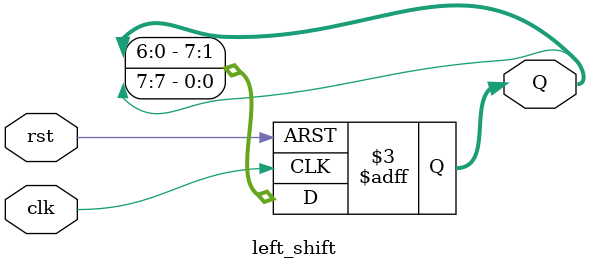
<source format=v>
`timescale 1ns / 1ps
module left_shift(
    input clk,
    input rst,
    output reg [7:0] Q
    );
always @(posedge clk, posedge rst)
	if (rst == 1) begin
		Q <= 8'b00000001;
	end
	
	else	begin
		Q <= {Q[6:0], Q[7]};
	end

endmodule

</source>
